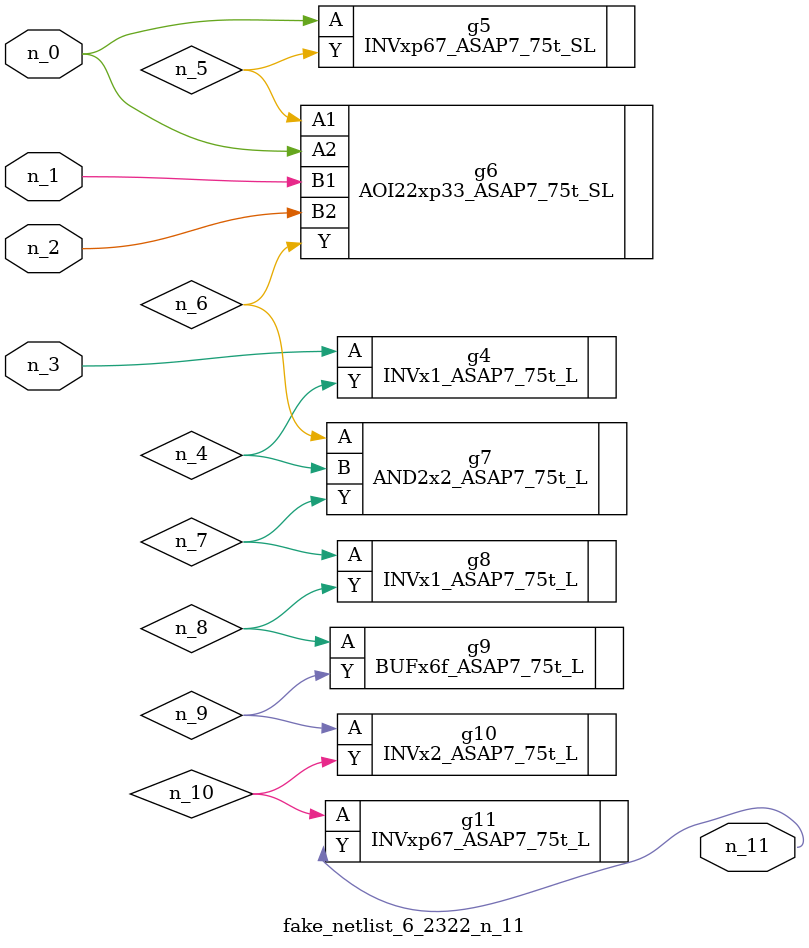
<source format=v>
module fake_netlist_6_2322_n_11 (n_1, n_0, n_2, n_3, n_11);

input n_1;
input n_0;
input n_2;
input n_3;

output n_11;

wire n_7;
wire n_6;
wire n_4;
wire n_5;
wire n_9;
wire n_8;
wire n_10;

INVx1_ASAP7_75t_L g4 ( 
.A(n_3),
.Y(n_4)
);

INVxp67_ASAP7_75t_SL g5 ( 
.A(n_0),
.Y(n_5)
);

AOI22xp33_ASAP7_75t_SL g6 ( 
.A1(n_5),
.A2(n_0),
.B1(n_1),
.B2(n_2),
.Y(n_6)
);

AND2x2_ASAP7_75t_L g7 ( 
.A(n_6),
.B(n_4),
.Y(n_7)
);

INVx1_ASAP7_75t_L g8 ( 
.A(n_7),
.Y(n_8)
);

BUFx6f_ASAP7_75t_L g9 ( 
.A(n_8),
.Y(n_9)
);

INVx2_ASAP7_75t_L g10 ( 
.A(n_9),
.Y(n_10)
);

INVxp67_ASAP7_75t_L g11 ( 
.A(n_10),
.Y(n_11)
);


endmodule
</source>
